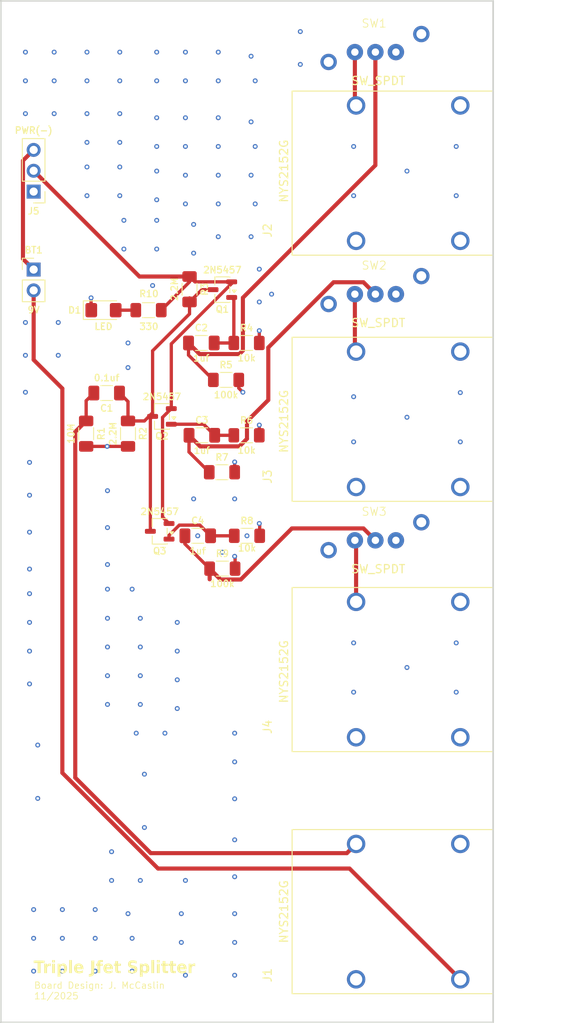
<source format=kicad_pcb>
(kicad_pcb (version 20241229) (generator "pcbnew") (generator_version "9.0")
  (layers (0 "F.Cu" signal) (2 "B.Cu" signal) (13 "F.Paste" user) (15 "B.Paste" user) (5 "F.SilkS" user "F.Silkscreen") (7 "B.SilkS" user "B.Silkscreen") (1 "F.Mask" user) (3 "B.Mask" user) (25 "Edge.Cuts" user))
  (net 0 "")
  (net 1 "Net-(Q1-G)")
  (net 2 "Net-(Q1-S)")
  (net 3 "Net-(Q2-S)")
  (net 4 "Net-(Q3-S)")
  (net 5 "GND")
  (net 6 "Net-(Q1-D)")
  (net 7 "Net-(BT1-+)")
  (net 8 "Net-(BT1--)")
  (net 9 "Net-(C1-Pad2)")
  (net 10 "Net-(D1-A)")
  (net 18 "Net-(SW1-A)")
  (net 19 "Net-(SW2-A)")
  (net 20 "Net-(SW3-A)")
  (net 21 "Net-(SW1-B)")
  (net 22 "Net-(SW2-B)")
  (net 23 "Net-(SW3-B)")
  (footprint "Connector_PinHeader_2.54mm:PinHeader_1x02_P2.54mm_Vertical" (layer "F.Cu") (at 96 58.5)
    (property "Reference" "BT1" (at 0 -2.38 0) (layer "F.SilkS") (effects (font (size 0.8 0.8))))
    (property "Value" "9V" (at 0 4.92 0) (layer "F.SilkS") (effects (font (size 0.8 0.8))))
    (fp_line (start -1.38 -1.38) (end 0 -1.38) (stroke (width 0.12)) (layer "F.SilkS"))
    (fp_line (start -1.38 0) (end -1.38 -1.38) (stroke (width 0.12)) (layer "F.SilkS"))
    (fp_line (start -1.38 1.27) (end -1.38 3.92) (stroke (width 0.12)) (layer "F.SilkS"))
    (fp_line (start -1.38 1.27) (end 1.38 1.27) (stroke (width 0.12)) (layer "F.SilkS"))
    (fp_line (start -1.38 3.92) (end 1.38 3.92) (stroke (width 0.12)) (layer "F.SilkS"))
    (fp_line (start 1.38 1.27) (end 1.38 3.92) (stroke (width 0.12)) (layer "F.SilkS"))
    (pad "1" thru_hole rect (at 0 0) (size 1.7 1.7) (drill 1) (layers "*.Cu" "*.Mask") (net 7 "Net-(BT1-+)"))
    (pad "2" thru_hole circle (at 0 2.54) (size 1.7 1.7) (drill 1) (layers "*.Cu" "*.Mask") (net 8 "Net-(BT1--)"))
  )
  (footprint "Resistor_SMD:R_1206_3216Metric_Pad1.30x1.75mm_HandSolder" (layer "F.Cu") (at 118.95 83.2)
    (property "Reference" "R7" (at 0 -1.83 0) (layer "F.SilkS") (effects (font (size 0.8 0.8))))
    (property "Value" "100k" (hide yes))
    (fp_line (start -0.727064 -0.91) (end 0.727064 -0.91) (stroke (width 0.12)) (layer "F.SilkS"))
    (fp_line (start -0.727064 0.91) (end 0.727064 0.91) (stroke (width 0.12)) (layer "F.SilkS"))
    (pad "1" smd roundrect (at -1.55 0) (size 1.3 1.75) (layers "F.Cu" "F.Mask" "F.Paste") (roundrect_rratio 0.192308) (net 22 "Net-(SW2-B)"))
    (pad "2" smd roundrect (at 1.55 0) (size 1.3 1.75) (layers "F.Cu" "F.Mask" "F.Paste") (roundrect_rratio 0.192308) (net 5 "GND"))
  )
  (footprint "Resistor_SMD:R_1206_3216Metric_Pad1.30x1.75mm_HandSolder" (layer "F.Cu") (at 115 60.9 -90)
    (property "Reference" "R3" (at 0 -1.83 90) (layer "F.SilkS") (effects (font (size 0.8 0.8))))
    (property "Value" "2.2M" (at 0 1.83 90) (layer "F.SilkS") (effects (font (size 0.8 0.8))))
    (fp_line (start -0.727064 0.91) (end 0.727064 0.91) (stroke (width 0.12)) (layer "F.SilkS"))
    (fp_line (start -0.727064 -0.91) (end 0.727064 -0.91) (stroke (width 0.12)) (layer "F.SilkS"))
    (pad "1" smd roundrect (at -1.55 0 270) (size 1.3 1.75) (layers "F.Cu" "F.Mask" "F.Paste") (roundrect_rratio 0.192308) (net 6 "Net-(Q1-D)"))
    (pad "2" smd roundrect (at 1.55 0 270) (size 1.3 1.75) (layers "F.Cu" "F.Mask" "F.Paste") (roundrect_rratio 0.192308) (net 1 "Net-(Q1-G)"))
  )
  (footprint "Capacitor_SMD:C_1206_3216Metric_Pad1.33x1.80mm_HandSolder" (layer "F.Cu") (at 104.9 73.55 180)
    (property "Reference" "C1" (at 0 -1.85 0) (layer "F.SilkS") (effects (font (size 0.8 0.8))))
    (property "Value" "0.1uf" (at 0 1.85 0) (layer "F.SilkS") (effects (font (size 0.8 0.8))))
    (fp_line (start -0.711252 0.91) (end 0.711252 0.91) (stroke (width 0.12)) (layer "F.SilkS"))
    (fp_line (start -0.711252 -0.91) (end 0.711252 -0.91) (stroke (width 0.12)) (layer "F.SilkS"))
    (pad "1" smd roundrect (at -1.5625 0 180) (size 1.325 1.8) (layers "F.Cu" "F.Mask" "F.Paste") (roundrect_rratio 0.188679) (net 1 "Net-(Q1-G)"))
    (pad "2" smd roundrect (at 1.5625 0 180) (size 1.325 1.8) (layers "F.Cu" "F.Mask" "F.Paste") (roundrect_rratio 0.188679) (net 9 "Net-(C1-Pad2)"))
  )
  (footprint "NYS2152G:REAN_NYS2152G" (layer "F.Cu") (at 141.65 136.75 90)
    (property "Reference" "J1" (at -7.75 -17.15 90) (layer "F.SilkS"))
    (property "Value" "NYS2152G" (at 0 -15.15 90) (layer "F.SilkS"))
    (fp_line (start -10 -14.15) (end 10 -14.15) (stroke (width 0.127)) (layer "F.SilkS"))
    (fp_line (start 10 10.35) (end 10 -14.15) (stroke (width 0.127)) (layer "F.SilkS"))
    (fp_line (start -10 10.35) (end -10 -14.15) (stroke (width 0.127)) (layer "F.SilkS"))
    (pad "S" thru_hole circle (at 8.25 6.35 90) (size 2.25 2.25) (drill 1.5) (layers "*.Cu" "*.Mask") (net 5 "GND"))
    (pad "SN" thru_hole circle (at -8.25 6.35 90) (size 2.25 2.25) (drill 1.5) (layers "*.Cu" "*.Mask") (net 8 "Net-(BT1--)"))
    (pad "T" thru_hole circle (at 8.25 -6.35 90) (size 2.25 2.25) (drill 1.5) (layers "*.Cu" "*.Mask") (net 9 "Net-(C1-Pad2)"))
    (pad "TN" thru_hole circle (at -8.25 -6.35 90) (size 2.25 2.25) (drill 1.5) (layers "*.Cu" "*.Mask"))
  )
  (footprint "Resistor_SMD:R_1206_3216Metric_Pad1.30x1.75mm_HandSolder" (layer "F.Cu") (at 102.4 78.5 -90)
    (property "Reference" "R1" (at 0 -1.83 90) (layer "F.SilkS") (effects (font (size 0.8 0.8))))
    (property "Value" "10M" (at 0 1.83 90) (layer "F.SilkS") (effects (font (size 0.8 0.8))))
    (fp_line (start -0.727064 0.91) (end 0.727064 0.91) (stroke (width 0.12)) (layer "F.SilkS"))
    (fp_line (start -0.727064 -0.91) (end 0.727064 -0.91) (stroke (width 0.12)) (layer "F.SilkS"))
    (pad "1" smd roundrect (at -1.55 0 270) (size 1.3 1.75) (layers "F.Cu" "F.Mask" "F.Paste") (roundrect_rratio 0.192308) (net 9 "Net-(C1-Pad2)"))
    (pad "2" smd roundrect (at 1.55 0 270) (size 1.3 1.75) (layers "F.Cu" "F.Mask" "F.Paste") (roundrect_rratio 0.192308) (net 5 "GND"))
  )
  (footprint "Resistor_SMD:R_1206_3216Metric_Pad1.30x1.75mm_HandSolder" (layer "F.Cu") (at 121.95 67.45)
    (property "Reference" "R4" (at 0 -1.83 0) (layer "F.SilkS") (effects (font (size 0.8 0.8))))
    (property "Value" "10k" (at 0 1.83 0) (layer "F.SilkS") (effects (font (size 0.8 0.8))))
    (fp_line (start -0.727064 -0.91) (end 0.727064 -0.91) (stroke (width 0.12)) (layer "F.SilkS"))
    (fp_line (start -0.727064 0.91) (end 0.727064 0.91) (stroke (width 0.12)) (layer "F.SilkS"))
    (pad "1" smd roundrect (at -1.55 0) (size 1.3 1.75) (layers "F.Cu" "F.Mask" "F.Paste") (roundrect_rratio 0.192308) (net 2 "Net-(Q1-S)"))
    (pad "2" smd roundrect (at 1.55 0) (size 1.3 1.75) (layers "F.Cu" "F.Mask" "F.Paste") (roundrect_rratio 0.192308) (net 5 "GND"))
  )
  (footprint "Package_TO_SOT_SMD:SOT-23-3" (layer "F.Cu") (at 119 60.95 180)
    (property "Reference" "Q1" (at 0 -2.4 0) (layer "F.SilkS") (effects (font (size 0.8 0.8))))
    (property "Value" "2N5457" (at 0 2.4 0) (layer "F.SilkS") (effects (font (size 0.8 0.8))))
    (fp_line (start 0.91 1.56) (end -0.91 1.56) (stroke (width 0.12)) (layer "F.SilkS"))
    (fp_line (start 0.91 0.56) (end 0.91 1.56) (stroke (width 0.12)) (layer "F.SilkS"))
    (fp_line (start 0.91 -1.56) (end 0.91 -0.56) (stroke (width 0.12)) (layer "F.SilkS"))
    (fp_line (start -0.91 1.56) (end -0.91 1.51) (stroke (width 0.12)) (layer "F.SilkS"))
    (fp_line (start -0.91 0.39) (end -0.91 -0.39) (stroke (width 0.12)) (layer "F.SilkS"))
    (fp_line (start -0.91 -1.51) (end -0.91 -1.56) (stroke (width 0.12)) (layer "F.SilkS"))
    (fp_line (start -0.91 -1.56) (end 0.91 -1.56) (stroke (width 0.12)) (layer "F.SilkS"))
    (fp_poly (pts (xy -1.45 -0.38) (xy -1.21 -0.05) (xy -1.69 -0.05)) (stroke (width 0.12)) (fill yes) (layer "F.SilkS"))
    (pad "1" smd roundrect (at -1.1375 -0.95 180) (size 1.325 0.6) (layers "F.Cu" "F.Mask" "F.Paste") (net 2 "Net-(Q1-S)"))
    (pad "2" smd roundrect (at -1.1375 0.95 180) (size 1.325 0.6) (layers "F.Cu" "F.Mask" "F.Paste") (net 6 "Net-(Q1-D)"))
    (pad "3" smd roundrect (at 1.1375 0 180) (size 1.325 0.6) (layers "F.Cu" "F.Mask" "F.Paste") (net 1 "Net-(Q1-G)"))
  )
  (footprint "Resistor_SMD:R_1206_3216Metric_Pad1.30x1.75mm_HandSolder" (layer "F.Cu") (at 107.5 78.5 -90)
    (property "Reference" "R2" (at 0 -1.83 90) (layer "F.SilkS") (effects (font (size 0.8 0.8))))
    (property "Value" "2.2M" (at 0 1.83 90) (layer "F.SilkS") (effects (font (size 0.8 0.8))))
    (fp_line (start -0.727064 0.91) (end 0.727064 0.91) (stroke (width 0.12)) (layer "F.SilkS"))
    (fp_line (start -0.727064 -0.91) (end 0.727064 -0.91) (stroke (width 0.12)) (layer "F.SilkS"))
    (pad "1" smd roundrect (at -1.55 0 270) (size 1.3 1.75) (layers "F.Cu" "F.Mask" "F.Paste") (roundrect_rratio 0.192308) (net 1 "Net-(Q1-G)"))
    (pad "2" smd roundrect (at 1.55 0 270) (size 1.3 1.75) (layers "F.Cu" "F.Mask" "F.Paste") (roundrect_rratio 0.192308) (net 5 "GND"))
  )
  (footprint "Connector_PinHeader_2.54mm:PinHeader_1x03_P2.54mm_Vertical" (layer "F.Cu") (at 96 49 180)
    (property "Reference" "J5" (at 0 -2.38 0) (layer "F.SilkS") (effects (font (size 0.8 0.8))))
    (property "Value" "PWR(-)" (at 0 7.46 0) (layer "F.SilkS") (effects (font (size 0.8 0.8))))
    (fp_line (start 1.38 1.27) (end 1.38 6.46) (stroke (width 0.12)) (layer "F.SilkS"))
    (fp_line (start -1.38 6.46) (end 1.38 6.46) (stroke (width 0.12)) (layer "F.SilkS"))
    (fp_line (start -1.38 1.27) (end 1.38 1.27) (stroke (width 0.12)) (layer "F.SilkS"))
    (fp_line (start -1.38 1.27) (end -1.38 6.46) (stroke (width 0.12)) (layer "F.SilkS"))
    (fp_line (start -1.38 0) (end -1.38 -1.38) (stroke (width 0.12)) (layer "F.SilkS"))
    (fp_line (start -1.38 -1.38) (end 0 -1.38) (stroke (width 0.12)) (layer "F.SilkS"))
    (pad "1" thru_hole rect (at 0 0 180) (size 1.7 1.7) (drill 1) (layers "*.Cu" "*.Mask") (net 5 "GND"))
    (pad "2" thru_hole circle (at 0 2.54 180) (size 1.7 1.7) (drill 1) (layers "*.Cu" "*.Mask") (net 6 "Net-(Q1-D)"))
    (pad "3" thru_hole circle (at 0 5.08 180) (size 1.7 1.7) (drill 1) (layers "*.Cu" "*.Mask") (net 7 "Net-(BT1-+)"))
  )
  (footprint "Capacitor_SMD:C_1206_3216Metric_Pad1.33x1.80mm_HandSolder" (layer "F.Cu") (at 116 90.95)
    (property "Reference" "C4" (at 0 -1.85 0) (layer "F.SilkS") (effects (font (size 0.8 0.8))))
    (property "Value" "1uf" (at 0 1.85 0) (layer "F.SilkS") (effects (font (size 0.8 0.8))))
    (fp_line (start -0.711252 -0.91) (end 0.711252 -0.91) (stroke (width 0.12)) (layer "F.SilkS"))
    (fp_line (start -0.711252 0.91) (end 0.711252 0.91) (stroke (width 0.12)) (layer "F.SilkS"))
    (pad "1" smd roundrect (at -1.5625 0) (size 1.325 1.8) (layers "F.Cu" "F.Mask" "F.Paste") (roundrect_rratio 0.188679) (net 23 "Net-(SW3-B)"))
    (pad "2" smd roundrect (at 1.5625 0) (size 1.325 1.8) (layers "F.Cu" "F.Mask" "F.Paste") (roundrect_rratio 0.188679) (net 4 "Net-(Q3-S)"))
  )
  (footprint "Package_TO_SOT_SMD:SOT-23-3" (layer "F.Cu") (at 111.3625 90.4 180)
    (property "Reference" "Q3" (at 0 -2.4 0) (layer "F.SilkS") (effects (font (size 0.8 0.8))))
    (property "Value" "2N5457" (at 0 2.4 0) (layer "F.SilkS") (effects (font (size 0.8 0.8))))
    (fp_line (start 0.91 1.56) (end -0.91 1.56) (stroke (width 0.12)) (layer "F.SilkS"))
    (fp_line (start 0.91 0.56) (end 0.91 1.56) (stroke (width 0.12)) (layer "F.SilkS"))
    (fp_line (start 0.91 -1.56) (end 0.91 -0.56) (stroke (width 0.12)) (layer "F.SilkS"))
    (fp_line (start -0.91 1.56) (end -0.91 1.51) (stroke (width 0.12)) (layer "F.SilkS"))
    (fp_line (start -0.91 0.39) (end -0.91 -0.39) (stroke (width 0.12)) (layer "F.SilkS"))
    (fp_line (start -0.91 -1.51) (end -0.91 -1.56) (stroke (width 0.12)) (layer "F.SilkS"))
    (fp_line (start -0.91 -1.56) (end 0.91 -1.56) (stroke (width 0.12)) (layer "F.SilkS"))
    (fp_poly (pts (xy -1.45 -0.38) (xy -1.21 -0.05) (xy -1.69 -0.05)) (stroke (width 0.12)) (fill yes) (layer "F.SilkS"))
    (pad "1" smd roundrect (at -1.1375 -0.95 180) (size 1.325 0.6) (layers "F.Cu" "F.Mask" "F.Paste") (net 4 "Net-(Q3-S)"))
    (pad "2" smd roundrect (at -1.1375 0.95 180) (size 1.325 0.6) (layers "F.Cu" "F.Mask" "F.Paste") (net 6 "Net-(Q1-D)"))
    (pad "3" smd roundrect (at 1.1375 0 180) (size 1.325 0.6) (layers "F.Cu" "F.Mask" "F.Paste") (net 1 "Net-(Q1-G)"))
  )
  (footprint "Button_Switch_THT:PushButton Switch" (layer "F.Cu") (at 142 91.5)
    (property "Reference" "SW3" (at -4.5 -3.5 0) (layer "F.SilkS") (effects (font (thickness 0.1))))
    (property "Value" "SW_SPDT" (at -4 3.5 0) (layer "F.SilkS"))
    (pad "1" thru_hole circle (at -6.85 0) (size 2 2) (drill 0.9) (layers "*.Cu" "*.Mask") (net 20 "Net-(SW3-A)"))
    (pad "2" thru_hole circle (at -4.35 0) (size 2 2) (drill 0.9) (layers "*.Cu" "*.Mask") (net 23 "Net-(SW3-B)"))
    (pad "3" thru_hole circle (at -1.85 0) (size 2 2) (drill 0.9) (layers "*.Cu" "*.Mask") (net 5 "GND"))
    (pad "4" thru_hole circle (at -10.05 1.2) (size 2 2) (drill 1.2) (layers "*.Cu" "*.Mask"))
    (pad "5" thru_hole circle (at 1.25 -2.2) (size 2 2) (drill 1.2) (layers "*.Cu" "*.Mask"))
  )
  (footprint "Resistor_SMD:R_1206_3216Metric_Pad1.30x1.75mm_HandSolder" (layer "F.Cu") (at 122 90.95)
    (property "Reference" "R8" (at 0 -1.83 0) (layer "F.SilkS") (effects (font (size 0.8 0.8))))
    (property "Value" "10k" (at 0 1.5 0) (layer "F.SilkS") (effects (font (size 0.8 0.8))))
    (fp_line (start -0.727064 -0.91) (end 0.727064 -0.91) (stroke (width 0.12)) (layer "F.SilkS"))
    (fp_line (start -0.727064 0.91) (end 0.727064 0.91) (stroke (width 0.12)) (layer "F.SilkS"))
    (pad "1" smd roundrect (at -1.55 0) (size 1.3 1.75) (layers "F.Cu" "F.Mask" "F.Paste") (roundrect_rratio 0.192308) (net 4 "Net-(Q3-S)"))
    (pad "2" smd roundrect (at 1.55 0) (size 1.3 1.75) (layers "F.Cu" "F.Mask" "F.Paste") (roundrect_rratio 0.192308) (net 5 "GND"))
  )
  (footprint "Capacitor_SMD:C_1206_3216Metric_Pad1.33x1.80mm_HandSolder" (layer "F.Cu") (at 116.4375 67.45)
    (property "Reference" "C2" (at 0 -1.85 0) (layer "F.SilkS") (effects (font (size 0.8 0.8))))
    (property "Value" "1uf" (at 0 1.85 0) (layer "F.SilkS") (effects (font (size 0.8 0.8))))
    (fp_line (start -0.711252 -0.91) (end 0.711252 -0.91) (stroke (width 0.12)) (layer "F.SilkS"))
    (fp_line (start -0.711252 0.91) (end 0.711252 0.91) (stroke (width 0.12)) (layer "F.SilkS"))
    (pad "1" smd roundrect (at -1.5625 0) (size 1.325 1.8) (layers "F.Cu" "F.Mask" "F.Paste") (roundrect_rratio 0.188679) (net 21 "Net-(SW1-B)"))
    (pad "2" smd roundrect (at 1.5625 0) (size 1.325 1.8) (layers "F.Cu" "F.Mask" "F.Paste") (roundrect_rratio 0.188679) (net 2 "Net-(Q1-S)"))
  )
  (footprint "Button_Switch_THT:PushButton Switch" (layer "F.Cu") (at 142 61.5)
    (property "Reference" "SW2" (at -4.5 -3.5 0) (layer "F.SilkS") (effects (font (thickness 0.1))))
    (property "Value" "SW_SPDT" (at -4 3.5 0) (layer "F.SilkS"))
    (pad "1" thru_hole circle (at -6.85 0) (size 2 2) (drill 0.9) (layers "*.Cu" "*.Mask") (net 19 "Net-(SW2-A)"))
    (pad "2" thru_hole circle (at -4.35 0) (size 2 2) (drill 0.9) (layers "*.Cu" "*.Mask") (net 22 "Net-(SW2-B)"))
    (pad "3" thru_hole circle (at -1.85 0) (size 2 2) (drill 0.9) (layers "*.Cu" "*.Mask") (net 5 "GND"))
    (pad "4" thru_hole circle (at -10.05 1.2) (size 2 2) (drill 1.2) (layers "*.Cu" "*.Mask"))
    (pad "5" thru_hole circle (at 1.25 -2.2) (size 2 2) (drill 1.2) (layers "*.Cu" "*.Mask"))
  )
  (footprint "Resistor_SMD:R_1206_3216Metric_Pad1.30x1.75mm_HandSolder" (layer "F.Cu") (at 119 94.95)
    (property "Reference" "R9" (at 0 -1.83 0) (layer "F.SilkS") (effects (font (size 0.8 0.8))))
    (property "Value" "100k" (at 0 1.83 0) (layer "F.SilkS") (effects (font (size 0.8 0.8))))
    (fp_line (start -0.727064 -0.91) (end 0.727064 -0.91) (stroke (width 0.12)) (layer "F.SilkS"))
    (fp_line (start -0.727064 0.91) (end 0.727064 0.91) (stroke (width 0.12)) (layer "F.SilkS"))
    (pad "1" smd roundrect (at -1.55 0) (size 1.3 1.75) (layers "F.Cu" "F.Mask" "F.Paste") (roundrect_rratio 0.192308) (net 23 "Net-(SW3-B)"))
    (pad "2" smd roundrect (at 1.55 0) (size 1.3 1.75) (layers "F.Cu" "F.Mask" "F.Paste") (roundrect_rratio 0.192308) (net 5 "GND"))
  )
  (footprint "NYS2152G:REAN_NYS2152G" (layer "F.Cu") (at 141.65 76.75 90)
    (property "Reference" "J3" (at -6.985 -17.145 90) (layer "F.SilkS"))
    (property "Value" "NYS2152G" (at -0.25 -15.15 90) (layer "F.SilkS"))
    (fp_line (start -10 -14.15) (end 10 -14.15) (stroke (width 0.127)) (layer "F.SilkS"))
    (fp_line (start 10 10.35) (end 10 -14.15) (stroke (width 0.127)) (layer "F.SilkS"))
    (fp_line (start -10 10.35) (end -10 -14.15) (stroke (width 0.127)) (layer "F.SilkS"))
    (pad "S" thru_hole circle (at 8.25 6.35 90) (size 2.25 2.25) (drill 1.5) (layers "*.Cu" "*.Mask") (net 5 "GND"))
    (pad "SN" thru_hole circle (at -8.25 6.35 90) (size 2.25 2.25) (drill 1.5) (layers "*.Cu" "*.Mask"))
    (pad "T" thru_hole circle (at 8.25 -6.35 90) (size 2.25 2.25) (drill 1.5) (layers "*.Cu" "*.Mask") (net 19 "Net-(SW2-A)"))
    (pad "TN" thru_hole circle (at -8.25 -6.35 90) (size 2.25 2.25) (drill 1.5) (layers "*.Cu" "*.Mask"))
  )
  (footprint "Resistor_SMD:R_1206_3216Metric_Pad1.30x1.75mm_HandSolder" (layer "F.Cu") (at 110 63.45 180)
    (property "Reference" "R10" (at -0.05 2 0) (layer "F.SilkS") (effects (font (size 0.8 0.8))))
    (property "Value" "330" (at -0.05 -2 0) (layer "F.SilkS") (effects (font (size 0.8 0.8))))
    (fp_line (start -0.727064 0.91) (end 0.727064 0.91) (stroke (width 0.12)) (layer "F.SilkS"))
    (fp_line (start -0.727064 -0.91) (end 0.727064 -0.91) (stroke (width 0.12)) (layer "F.SilkS"))
    (pad "1" smd roundrect (at -1.55 0 180) (size 1.3 1.75) (layers "F.Cu" "F.Mask" "F.Paste") (roundrect_rratio 0.192308) (net 6 "Net-(Q1-D)"))
    (pad "2" smd roundrect (at 1.55 0 180) (size 1.3 1.75) (layers "F.Cu" "F.Mask" "F.Paste") (roundrect_rratio 0.192308) (net 10 "Net-(D1-A)"))
  )
  (footprint "NYS2152G:REAN_NYS2152G" (layer "F.Cu") (at 141.65 107.25 90)
    (property "Reference" "J4" (at -6.985 -17.145 90) (layer "F.SilkS"))
    (property "Value" "NYS2152G" (at -0.25 -15.15 90) (layer "F.SilkS"))
    (fp_line (start -10 -14.15) (end 10 -14.15) (stroke (width 0.127)) (layer "F.SilkS"))
    (fp_line (start 10 10.35) (end 10 -14.15) (stroke (width 0.127)) (layer "F.SilkS"))
    (fp_line (start -10 10.35) (end -10 -14.15) (stroke (width 0.127)) (layer "F.SilkS"))
    (pad "S" thru_hole circle (at 8.25 6.35 90) (size 2.25 2.25) (drill 1.5) (layers "*.Cu" "*.Mask") (net 5 "GND"))
    (pad "SN" thru_hole circle (at -8.25 6.35 90) (size 2.25 2.25) (drill 1.5) (layers "*.Cu" "*.Mask"))
    (pad "T" thru_hole circle (at 8.25 -6.35 90) (size 2.25 2.25) (drill 1.5) (layers "*.Cu" "*.Mask") (net 20 "Net-(SW3-A)"))
    (pad "TN" thru_hole circle (at -8.25 -6.35 90) (size 2.25 2.25) (drill 1.5) (layers "*.Cu" "*.Mask"))
  )
  (footprint "Resistor_SMD:R_1206_3216Metric_Pad1.30x1.75mm_HandSolder" (layer "F.Cu") (at 121.95 78.7)
    (property "Reference" "R6" (at 0 -1.83 0) (layer "F.SilkS") (effects (font (size 0.8 0.8))))
    (property "Value" "10k" (at 0 1.83 0) (layer "F.SilkS") (effects (font (size 0.8 0.8))))
    (fp_line (start -0.727064 -0.91) (end 0.727064 -0.91) (stroke (width 0.12)) (layer "F.SilkS"))
    (fp_line (start -0.727064 0.91) (end 0.727064 0.91) (stroke (width 0.12)) (layer "F.SilkS"))
    (pad "1" smd roundrect (at -1.55 0) (size 1.3 1.75) (layers "F.Cu" "F.Mask" "F.Paste") (roundrect_rratio 0.192308) (net 3 "Net-(Q2-S)"))
    (pad "2" smd roundrect (at 1.55 0) (size 1.3 1.75) (layers "F.Cu" "F.Mask" "F.Paste") (roundrect_rratio 0.192308) (net 5 "GND"))
  )
  (footprint "Package_TO_SOT_SMD:SOT-23-3" (layer "F.Cu") (at 111.6375 76.4 180)
    (property "Reference" "Q2" (at 0 -2.4 0) (layer "F.SilkS") (effects (font (size 0.8 0.8))))
    (property "Value" "2N5457" (at 0 2.4 0) (layer "F.SilkS") (effects (font (size 0.8 0.8))))
    (fp_line (start 0.91 1.56) (end -0.91 1.56) (stroke (width 0.12)) (layer "F.SilkS"))
    (fp_line (start 0.91 0.56) (end 0.91 1.56) (stroke (width 0.12)) (layer "F.SilkS"))
    (fp_line (start 0.91 -1.56) (end 0.91 -0.56) (stroke (width 0.12)) (layer "F.SilkS"))
    (fp_line (start -0.91 1.56) (end -0.91 1.51) (stroke (width 0.12)) (layer "F.SilkS"))
    (fp_line (start -0.91 0.39) (end -0.91 -0.39) (stroke (width 0.12)) (layer "F.SilkS"))
    (fp_line (start -0.91 -1.51) (end -0.91 -1.56) (stroke (width 0.12)) (layer "F.SilkS"))
    (fp_line (start -0.91 -1.56) (end 0.91 -1.56) (stroke (width 0.12)) (layer "F.SilkS"))
    (fp_poly (pts (xy -1.45 -0.38) (xy -1.21 -0.05) (xy -1.69 -0.05)) (stroke (width 0.12)) (fill yes) (layer "F.SilkS"))
    (pad "1" smd roundrect (at -1.1375 -0.95 180) (size 1.325 0.6) (layers "F.Cu" "F.Mask" "F.Paste") (net 3 "Net-(Q2-S)"))
    (pad "2" smd roundrect (at -1.1375 0.95 180) (size 1.325 0.6) (layers "F.Cu" "F.Mask" "F.Paste") (net 6 "Net-(Q1-D)"))
    (pad "3" smd roundrect (at 1.1375 0 180) (size 1.325 0.6) (layers "F.Cu" "F.Mask" "F.Paste") (net 1 "Net-(Q1-G)"))
  )
  (footprint "NYS2152G:REAN_NYS2152G" (layer "F.Cu") (at 141.65 46.75 90)
    (property "Reference" "J2" (at -6.985 -17.145 90) (layer "F.SilkS"))
    (property "Value" "NYS2152G" (at 0.25 -15.15 90) (layer "F.SilkS"))
    (fp_line (start -10 -14.15) (end 10 -14.15) (stroke (width 0.127)) (layer "F.SilkS"))
    (fp_line (start 10 10.35) (end 10 -14.15) (stroke (width 0.127)) (layer "F.SilkS"))
    (fp_line (start -10 10.35) (end -10 -14.15) (stroke (width 0.127)) (layer "F.SilkS"))
    (pad "S" thru_hole circle (at 8.25 6.35 90) (size 2.25 2.25) (drill 1.5) (layers "*.Cu" "*.Mask") (net 5 "GND"))
    (pad "SN" thru_hole circle (at -8.25 6.35 90) (size 2.25 2.25) (drill 1.5) (layers "*.Cu" "*.Mask"))
    (pad "T" thru_hole circle (at 8.25 -6.35 90) (size 2.25 2.25) (drill 1.5) (layers "*.Cu" "*.Mask") (net 18 "Net-(SW1-A)"))
    (pad "TN" thru_hole circle (at -8.25 -6.35 90) (size 2.25 2.25) (drill 1.5) (layers "*.Cu" "*.Mask"))
  )
  (footprint "LED_SMD:LED_1206_3216Metric_Pad1.42x1.75mm_HandSolder" (layer "F.Cu") (at 104.5125 63.45)
    (property "Reference" "D1" (at -3.5125 0 0) (layer "F.SilkS") (effects (font (size 0.8 0.8))))
    (property "Value" "LED" (at 0 2 0) (layer "F.SilkS") (effects (font (size 0.8 0.8))))
    (fp_line (start -2.46 -1.135) (end -2.46 1.135) (stroke (width 0.12)) (layer "F.SilkS"))
    (fp_line (start -2.46 1.135) (end 1.6 1.135) (stroke (width 0.12)) (layer "F.SilkS"))
    (fp_line (start 1.6 -1.135) (end -2.46 -1.135) (stroke (width 0.12)) (layer "F.SilkS"))
    (pad "1" smd roundrect (at -1.4875 0) (size 1.425 1.75) (layers "F.Cu" "F.Mask" "F.Paste") (roundrect_rratio 0.175439) (net 5 "GND"))
    (pad "2" smd roundrect (at 1.4875 0) (size 1.425 1.75) (layers "F.Cu" "F.Mask" "F.Paste") (roundrect_rratio 0.175439) (net 10 "Net-(D1-A)"))
  )
  (footprint "Capacitor_SMD:C_1206_3216Metric_Pad1.33x1.80mm_HandSolder" (layer "F.Cu") (at 116.5 78.7)
    (property "Reference" "C3" (at 0 -1.85 0) (layer "F.SilkS") (effects (font (size 0.8 0.8))))
    (property "Value" "1uf" (at 0 1.85 0) (layer "F.SilkS") (effects (font (size 0.8 0.8))))
    (fp_line (start -0.711252 -0.91) (end 0.711252 -0.91) (stroke (width 0.12)) (layer "F.SilkS"))
    (fp_line (start -0.711252 0.91) (end 0.711252 0.91) (stroke (width 0.12)) (layer "F.SilkS"))
    (pad "1" smd roundrect (at -1.5625 0) (size 1.325 1.8) (layers "F.Cu" "F.Mask" "F.Paste") (roundrect_rratio 0.188679) (net 22 "Net-(SW2-B)"))
    (pad "2" smd roundrect (at 1.5625 0) (size 1.325 1.8) (layers "F.Cu" "F.Mask" "F.Paste") (roundrect_rratio 0.188679) (net 3 "Net-(Q2-S)"))
  )
  (footprint "Button_Switch_THT:PushButton Switch" (layer "F.Cu") (at 142 32)
    (property "Reference" "SW1" (at -4.5 -3.5 0) (layer "F.SilkS") (effects (font (thickness 0.1))))
    (property "Value" "SW_SPDT" (at -4 3.5 0) (layer "F.SilkS"))
    (pad "1" thru_hole circle (at -6.85 0) (size 2 2) (drill 0.9) (layers "*.Cu" "*.Mask") (net 18 "Net-(SW1-A)"))
    (pad "2" thru_hole circle (at -4.35 0) (size 2 2) (drill 0.9) (layers "*.Cu" "*.Mask") (net 21 "Net-(SW1-B)"))
    (pad "3" thru_hole circle (at -1.85 0) (size 2 2) (drill 0.9) (layers "*.Cu" "*.Mask") (net 5 "GND"))
    (pad "4" thru_hole circle (at -10.05 1.2) (size 2 2) (drill 1.2) (layers "*.Cu" "*.Mask"))
    (pad "5" thru_hole circle (at 1.25 -2.2) (size 2 2) (drill 1.2) (layers "*.Cu" "*.Mask"))
  )
  (footprint "Resistor_SMD:R_1206_3216Metric_Pad1.30x1.75mm_HandSolder" (layer "F.Cu") (at 119.45 71.95)
    (property "Reference" "R5" (at 0 -1.83 0) (layer "F.SilkS") (effects (font (size 0.8 0.8))))
    (property "Value" "100k" (at 0 1.83 0) (layer "F.SilkS") (effects (font (size 0.8 0.8))))
    (fp_line (start -0.727064 -0.91) (end 0.727064 -0.91) (stroke (width 0.12)) (layer "F.SilkS"))
    (fp_line (start -0.727064 0.91) (end 0.727064 0.91) (stroke (width 0.12)) (layer "F.SilkS"))
    (pad "1" smd roundrect (at -1.55 0) (size 1.3 1.75) (layers "F.Cu" "F.Mask" "F.Paste") (roundrect_rratio 0.192308) (net 21 "Net-(SW1-B)"))
    (pad "2" smd roundrect (at 1.55 0) (size 1.3 1.75) (layers "F.Cu" "F.Mask" "F.Paste") (roundrect_rratio 0.192308) (net 5 "GND"))
  )
  (gr_rect (start 92 25.75) (end 152 150.25) (stroke (width 0.2)) (fill no) (layer "Edge.Cuts"))
  (gr_text "Triple Jfet Splitter" (at 96 144.5 0) (layer "F.SilkS") (effects (font (size 1.5 1.4) (thickness 0.1)) (justify left bottom)))
  (gr_text "Board Design: J. McCaslin\n11/2025\n" (at 96 147.5 0) (layer "F.SilkS") (effects (font (size 0.8 0.8) (thickness 0.1)) (justify left bottom)))
  (segment (start 107.5 76.95) (end 109.5 76.95) (width 0.4) (layer "F.Cu") (net 1))
  (segment (start 107.5 76.95) (end 107.5 74.5875) (width 0.4) (layer "F.Cu") (net 1))
  (segment (start 115 63.90258) (end 115 62.45) (width 0.4) (layer "F.Cu") (net 1))
  (segment (start 115 62.45) (end 115 61.95) (width 0.4) (layer "F.Cu") (net 1))
  (segment (start 110.225 90.4) (end 110.225 76.675) (width 0.4) (layer "F.Cu") (net 1))
  (segment (start 106.5 73.55) (end 106.99 74.04) (width 0.4) (layer "F.Cu") (net 1))
  (segment (start 110.5 68.40258) (end 115 63.90258) (width 0.4) (layer "F.Cu") (net 1))
  (segment (start 106.4625 73.55) (end 106.5 73.55) (width 0.4) (layer "F.Cu") (net 1))
  (segment (start 117.8625 60.95) (end 116.5 60.95) (width 0.4) (layer "F.Cu") (net 1))
  (segment (start 110.225 76.675) (end 110.5 76.4) (width 0.4) (layer "F.Cu") (net 1))
  (segment (start 107.5 74.5875) (end 106.4625 73.55) (width 0.4) (layer "F.Cu") (net 1))
  (segment (start 110.5 76.4) (end 110.5 75.95) (width 0.4) (layer "F.Cu") (net 1))
  (segment (start 110.5 75.95) (end 110.5 68.40258) (width 0.4) (layer "F.Cu") (net 1))
  (segment (start 116.5 60.95) (end 115 62.45) (width 0.4) (layer "F.Cu") (net 1))
  (segment (start 109.5 76.95) (end 110.5 75.95) (width 0.4) (layer "F.Cu") (net 1))
  (segment (start 120.4 67.45) (end 120.4 62.1625) (width 0.4) (layer "F.Cu") (net 2))
  (segment (start 118 67.45) (end 120.4 67.45) (width 0.4) (layer "F.Cu") (net 2))
  (segment (start 120.4 62.1625) (end 120.1375 61.9) (width 0.4) (layer "F.Cu") (net 2))
  (segment (start 112.775 77.35) (end 116.7125 77.35) (width 0.4) (layer "F.Cu") (net 3))
  (segment (start 116.7125 77.35) (end 118.0625 78.7) (width 0.4) (layer "F.Cu") (net 3))
  (segment (start 120.4 78.7) (end 118.0625 78.7) (width 0.4) (layer "F.Cu") (net 3))
  (segment (start 113.74842 89.649) (end 116.2615 89.649) (width 0.4) (layer "F.Cu") (net 4))
  (segment (start 117.5625 90.95) (end 120.45 90.95) (width 0.4) (layer "F.Cu") (net 4))
  (segment (start 112.5 91.35) (end 112.5 90.89742) (width 0.4) (layer "F.Cu") (net 4))
  (segment (start 116.2615 89.649) (end 117.5625 90.95) (width 0.4) (layer "F.Cu") (net 4))
  (segment (start 112.5 90.89742) (end 113.74842 89.649) (width 0.4) (layer "F.Cu") (net 4))
  (segment (start 120.5 81.95) (end 120.5 83.2) (width 0.4) (layer "F.Cu") (net 5))
  (segment (start 123.55 89.5) (end 123.5 89.45) (width 0.4) (layer "F.Cu") (net 5))
  (segment (start 123.5 78.7) (end 123.5 77.45) (width 0.4) (layer "F.Cu") (net 5))
  (segment (start 120.55 93.5) (end 120.5 93.45) (width 0.4) (layer "F.Cu") (net 5))
  (segment (start 121 71.95) (end 121 72.95) (width 0.4) (layer "F.Cu") (net 5))
  (segment (start 121 72.95) (end 121.5 73.45) (width 0.4) (layer "F.Cu") (net 5))
  (segment (start 103 61.95) (end 103 63.4) (width 0.4) (layer "F.Cu") (net 5))
  (segment (start 123.55 90.95) (end 123.55 89.5) (width 0.4) (layer "F.Cu") (net 5))
  (segment (start 123.5 67.45) (end 123.5 65.95) (width 0.4) (layer "F.Cu") (net 5))
  (segment (start 103 63.4) (end 103.025 63.425) (width 0.4) (layer "F.Cu") (net 5))
  (segment (start 103.025 63.425) (end 103.025 63.45) (width 0.4) (layer "F.Cu") (net 5))
  (segment (start 102.4 80.05) (end 104.9625 80.05) (width 0.4) (layer "F.Cu") (net 5))
  (segment (start 104.9625 80.05) (end 107.5 80.05) (width 0.4) (layer "F.Cu") (net 5))
  (segment (start 120.55 94.95) (end 120.55 93.5) (width 0.4) (layer "F.Cu") (net 5))
  (via (at 111 46.5) (size 0.6) (drill 0.3) (layers "F.Cu" "B.Cu") (net 5))
  (via (at 114.5 132.95) (size 0.6) (drill 0.3) (layers "F.Cu" "B.Cu") (net 5))
  (via (at 109 108) (size 0.6) (drill 0.3) (layers "F.Cu" "B.Cu") (net 5))
  (via (at 118.5 43.5) (size 0.6) (drill 0.3) (layers "F.Cu" "B.Cu") (net 5))
  (via (at 109 132.95) (size 0.6) (drill 0.3) (layers "F.Cu" "B.Cu") (net 5))
  (via (at 105 85.45) (size 0.6) (drill 0.3) (layers "F.Cu" "B.Cu") (net 5))
  (via (at 105 89.95) (size 0.6) (drill 0.3) (layers "F.Cu" "B.Cu") (net 5))
  (via (at 122.5 40.5) (size 0.6) (drill 0.3) (layers "F.Cu" "B.Cu") (net 5))
  (via (at 108 97.45) (size 0.6) (drill 0.3) (layers "F.Cu" "B.Cu") (net 5))
  (via (at 108.5 115) (size 0.6) (drill 0.3) (layers "F.Cu" "B.Cu") (net 5))
  (via (at 95 35.5) (size 0.6) (drill 0.3) (layers "F.Cu" "B.Cu") (net 5))
  (via (at 95.5 105) (size 0.6) (drill 0.3) (layers "F.Cu" "B.Cu") (net 5))
  (via (at 113.5 108.5) (size 0.6) (drill 0.3) (layers "F.Cu" "B.Cu") (net 5))
  (via (at 120.5 118.5) (size 0.6) (drill 0.3) (layers "F.Cu" "B.Cu") (net 5))
  (via (at 120.5 86.45) (size 0.6) (drill 0.3) (layers "F.Cu" "B.Cu") (net 5))
  (via (at 107.5 67.45) (size 0.6) (drill 0.3) (layers "F.Cu" "B.Cu") (net 5))
  (via (at 96.5 122.95) (size 0.6) (drill 0.3) (layers "F.Cu" "B.Cu") (net 5))
  (via (at 111 32) (size 0.6) (drill 0.3) (layers "F.Cu" "B.Cu") (net 5))
  (via (at 120.5 137) (size 0.6) (drill 0.3) (layers "F.Cu" "B.Cu") (net 5))
  (via (at 95.5 90.5) (size 0.6) (drill 0.3) (layers "F.Cu" "B.Cu") (net 5))
  (via (at 103.5 136.5) (size 0.6) (drill 0.3) (layers "F.Cu" "B.Cu") (net 5))
  (via (at 99 64.95) (size 0.6) (drill 0.3) (layers "F.Cu" "B.Cu") (net 5))
  (via (at 123 43.5) (size 0.6) (drill 0.3) (layers "F.Cu" "B.Cu") (net 5))
  (via (at 105.5 129.45) (size 0.6) (drill 0.3) (layers "F.Cu" "B.Cu") (net 5))
  (via (at 113.5 112) (size 0.6) (drill 0.3) (layers "F.Cu" "B.Cu") (net 5))
  (via (at 99 68.95) (size 0.6) (drill 0.3) (layers "F.Cu" "B.Cu") (net 5))
  (via (at 147.5 104) (size 0.6) (drill 0.3) (layers "F.Cu" "B.Cu") (net 5))
  (via (at 120.5 140.5) (size 0.6) (drill 0.3) (layers "F.Cu" "B.Cu") (net 5))
  (via (at 114.5 43.5) (size 0.6) (drill 0.3) (layers "F.Cu" "B.Cu") (net 5))
  (via (at 102.5 39.5) (size 0.6) (drill 0.3) (layers "F.Cu" "B.Cu") (net 5))
  (via (at 106.5 35.5) (size 0.6) (drill 0.3) (layers "F.Cu" "B.Cu") (net 5))
  (via (at 108 144) (size 0.6) (drill 0.3) (layers "F.Cu" "B.Cu") (net 5))
  (via (at 112 115) (size 0.6) (drill 0.3) (layers "F.Cu" "B.Cu") (net 5))
  (via (at 114.5 40) (size 0.6) (drill 0.3) (layers "F.Cu" "B.Cu") (net 5))
  (via (at 96 136.5) (size 0.6) (drill 0.3) (layers "F.Cu" "B.Cu") (net 5))
  (via (at 128.5 33.5) (size 0.6) (drill 0.3) (layers "F.Cu" "B.Cu") (net 5))
  (via (at 135 43.5) (size 0.6) (drill 0.3) (layers "F.Cu" "B.Cu") (net 5))
  (via (at 118.5 40) (size 0.6) (drill 0.3) (layers "F.Cu" "B.Cu") (net 5))
  (via (at 115.5 56.5) (size 0.6) (drill 0.3) (layers "F.Cu" "B.Cu") (net 5))
  (via (at 119 92.95) (size 0.6) (drill 0.3) (layers "F.Cu" "B.Cu") (net 5))
  (via (at 106.5 46) (size 0.6) (drill 0.3) (layers "F.Cu" "B.Cu") (net 5))
  (via (at 120.5 93.45) (size 0.6) (drill 0.3) (layers "F.Cu" "B.Cu") (net 5))
  (via (at 107 52.5) (size 0.6) (drill 0.3) (layers "F.Cu" "B.Cu") (net 5))
  (via (at 105 108) (size 0.6) (drill 0.3) (layers "F.Cu" "B.Cu") (net 5))
  (via (at 115.5 86.45) (size 0.6) (drill 0.3) (layers "F.Cu" "B.Cu") (net 5))
  (via (at 128.5 29.5) (size 0.6) (drill 0.3) (layers "F.Cu" "B.Cu") (net 5))
  (via (at 113.5 105) (size 0.6) (drill 0.3) (layers "F.Cu" "B.Cu") (net 5))
  (via (at 98.5 35.5) (size 0.6) (drill 0.3) (layers "F.Cu" "B.Cu") (net 5))
  (via (at 118.5 47) (size 0.6) (drill 0.3) (layers "F.Cu" "B.Cu") (net 5))
  (via (at 95.5 109) (size 0.6) (drill 0.3) (layers "F.Cu" "B.Cu") (net 5))
  (via (at 114.5 47) (size 0.6) (drill 0.3) (layers "F.Cu" "B.Cu") (net 5))
  (via (at 96 144) (size 0.6) (drill 0.3) (layers "F.Cu" "B.Cu") (net 5))
  (via (at 102.5 35.5) (size 0.6) (drill 0.3) (layers "F.Cu" "B.Cu") (net 5))
  (via (at 111 50) (size 0.6) (drill 0.3) (layers "F.Cu" "B.Cu") (net 5))
  (via (at 141.5 107) (size 0.6) (drill 0.3) (layers "F.Cu" "B.Cu") (net 5))
  (via (at 135 104) (size 0.6) (drill 0.3) (layers "F.Cu" "B.Cu") (net 5))
  (via (at 135 110) (size 0.6) (drill 0.3) (layers "F.Cu" "B.Cu") (net 5))
  (via (at 95 64.95) (size 0.6) (drill 0.3) (layers "F.Cu" "B.Cu") (net 5))
  (via (at 109 104.5) (size 0.6) (drill 0.3) (layers "F.Cu" "B.Cu") (net 5))
  (via (at 105.5 132.95) (size 0.6) (drill 0.3) (layers "F.Cu" "B.Cu") (net 5))
  (via (at 122.5 47) (size 0.6) (drill 0.3) (layers "F.Cu" "B.Cu") (net 5))
  (via (at 123.5 65.95) (size 0.6) (drill 0.3) (layers "F.Cu" "B.Cu") (net 5))
  (via (at 105 111.5) (size 0.6) (drill 0.3) (layers "F.Cu" "B.Cu") (net 5))
  (via (at 147.5 110) (size 0.6) (drill 0.3) (layers "F.Cu" "B.Cu") (net 5))
  (via (at 135 74) (size 0.6) (drill 0.3) (layers "F.Cu" "B.Cu") (net 5))
  (via (at 102.5 43) (size 0.6) (drill 0.3) (layers "F.Cu" "B.Cu") (net 5))
  (via (at 105 97.45) (size 0.6) (drill 0.3) (layers "F.Cu" "B.Cu") (net 5))
  (via (at 107.5 137) (size 0.6) (drill 0.3) (layers "F.Cu" "B.Cu") (net 5))
  (via (at 105 104.5) (size 0.6) (drill 0.3) (layers "F.Cu" "B.Cu") (net 5))
  (via (at 114.5 144.5) (size 0.6) (drill 0.3) (layers "F.Cu" "B.Cu") (net 5))
  (via (at 98.5 39.5) (size 0.6) (drill 0.3) (layers "F.Cu" "B.Cu") (net 5))
  (via (at 114.5 32) (size 0.6) (drill 0.3) (layers "F.Cu" "B.Cu") (net 5))
  (via (at 120.5 123) (size 0.6) (drill 0.3) (layers "F.Cu" "B.Cu") (net 5))
  (via (at 105 101) (size 0.6) (drill 0.3) (layers "F.Cu" "B.Cu") (net 5))
  (via (at 109 101) (size 0.6) (drill 0.3) (layers "F.Cu" "B.Cu") (net 5))
  (via (at 109.5 126.5) (size 0.6) (drill 0.3) (layers "F.Cu" "B.Cu") (net 5))
  (via (at 99.5 144) (size 0.6) (drill 0.3) (layers "F.Cu" "B.Cu") (net 5))
  (via (at 102.5 49.5) (size 0.6) (drill 0.3) (layers "F.Cu" "B.Cu") (net 5))
  (via (at 107.5 70.45) (size 0.6) (drill 0.3) (layers "F.Cu" "B.Cu") (net 5))
  (via (at 104.9625 80.05) (size 0.6) (drill 0.3) (layers "F.Cu" "B.Cu") (net 5))
  (via (at 147.5 43.5) (size 0.6) (drill 0.3) (layers "F.Cu" "B.Cu") (net 5))
  (via (at 99.5 136.5) (size 0.6) (drill 0.3) (layers "F.Cu" "B.Cu") (net 5))
  (via (at 122.5 54.5) (size 0.6) (drill 0.3) (layers "F.Cu" "B.Cu") (net 5))
  (via (at 141.5 76.5) (size 0.6) (drill 0.3) (layers "F.Cu" "B.Cu") (net 5))
  (via (at 95 39.5) (size 0.6) (drill 0.3) (layers "F.Cu" "B.Cu") (net 5))
  (via (at 141.5 46.5) (size 0.6) (drill 0.3) (layers "F.Cu" "B.Cu") (net 5))
  (via (at 135 79.5) (size 0.6) (drill 0.3) (layers "F.Cu" "B.Cu") (net 5))
  (via (at 118.5 50.5) (size 0.6) (drill 0.3) (layers "F.Cu" "B.Cu") (net 5))
  (via (at 95.5 95) (size 0.6) (drill 0.3) (layers "F.Cu" "B.Cu") (net 5))
  (via (at 120.5 115) (size 0.6) (drill 0.3) (layers "F.Cu" "B.Cu") (net 5))
  (via (at 123.5 62.45) (size 0.6) (drill 0.3) (layers "F.Cu" "B.Cu") (net 5))
  (via (at 113.5 101.5) (size 0.6) (drill 0.3) (layers "F.Cu" "B.Cu") (net 5))
  (via (at 108 140) (size 0.6) (drill 0.3) (layers "F.Cu" "B.Cu") (net 5))
  (via (at 114 140.5) (size 0.6) (drill 0.3) (layers "F.Cu" "B.Cu") (net 5))
  (via (at 103 61.95) (size 0.6) (drill 0.3) (layers "F.Cu" "B.Cu") (net 5))
  (via (at 120.5 128) (size 0.6) (drill 0.3) (layers "F.Cu" "B.Cu") (net 5))
  (via (at 106.5 32) (size 0.6) (drill 0.3) (layers "F.Cu" "B.Cu") (net 5))
  (via (at 116 90.95) (size 0.6) (drill 0.3) (layers "F.Cu" "B.Cu") (net 5))
  (via (at 123 50.5) (size 0.6) (drill 0.3) (layers "F.Cu" "B.Cu") (net 5))
  (via (at 96 140) (size 0.6) (drill 0.3) (layers "F.Cu" "B.Cu") (net 5))
  (via (at 135 49.5) (size 0.6) (drill 0.3) (layers "F.Cu" "B.Cu") (net 5))
  (via (at 111 43.5) (size 0.6) (drill 0.3) (layers "F.Cu" "B.Cu") (net 5))
  (via (at 123.5 77.45) (size 0.6) (drill 0.3) (layers "F.Cu" "B.Cu") (net 5))
  (via (at 123.5 58.45) (size 0.6) (drill 0.3) (layers "F.Cu" "B.Cu") (net 5))
  (via (at 95.5 82) (size 0.6) (drill 0.3) (layers "F.Cu" "B.Cu") (net 5))
  (via (at 102.5 46) (size 0.6) (drill 0.3) (layers "F.Cu" "B.Cu") (net 5))
  (via (at 114.5 50.5) (size 0.6) (drill 0.3) (layers "F.Cu" "B.Cu") (net 5))
  (via (at 95.5 101.5) (size 0.6) (drill 0.3) (layers "F.Cu" "B.Cu") (net 5))
  (via (at 120.5 144.5) (size 0.6) (drill 0.3) (layers "F.Cu" "B.Cu") (net 5))
  (via (at 147.5 49.5) (size 0.6) (drill 0.3) (layers "F.Cu" "B.Cu") (net 5))
  (via (at 95.5 86) (size 0.6) (drill 0.3) (layers "F.Cu" "B.Cu") (net 5))
  (via (at 118.5 32) (size 0.6) (drill 0.3) (layers "F.Cu" "B.Cu") (net 5))
  (via (at 96.5 116.45) (size 0.6) (drill 0.3) (layers "F.Cu" "B.Cu") (net 5))
  (via (at 115.5 53) (size 0.6) (drill 0.3) (layers "F.Cu" "B.Cu") (net 5))
  (via (at 103.5 144) (size 0.6) (drill 0.3) (layers "F.Cu" "B.Cu") (net 5))
  (via (at 120.5 81.95) (size 0.6) (drill 0.3) (layers "F.Cu" "B.Cu") (net 5))
  (via (at 111 40) (size 0.6) (drill 0.3) (layers "F.Cu" "B.Cu") (net 5))
  (via (at 114 137) (size 0.6) (drill 0.3) (layers "F.Cu" "B.Cu") (net 5))
  (via (at 99.5 140) (size 0.6) (drill 0.3) (layers "F.Cu" "B.Cu") (net 5))
  (via (at 110.5 60.45) (size 0.6) (drill 0.3) (layers "F.Cu" "B.Cu") (net 5))
  (via (at 103.5 140) (size 0.6) (drill 0.3) (layers "F.Cu" "B.Cu") (net 5))
  (via (at 98.5 32) (size 0.6) (drill 0.3) (layers "F.Cu" "B.Cu") (net 5))
  (via (at 106.5 49.5) (size 0.6) (drill 0.3) (layers "F.Cu" "B.Cu") (net 5))
  (via (at 109 111.5) (size 0.6) (drill 0.3) (layers "F.Cu" "B.Cu") (net 5))
  (via (at 114.5 35.5) (size 0.6) (drill 0.3) (layers "F.Cu" "B.Cu") (net 5))
  (via (at 107 56) (size 0.6) (drill 0.3) (layers "F.Cu" "B.Cu") (net 5))
  (via (at 95 32) (size 0.6) (drill 0.3) (layers "F.Cu" "B.Cu") (net 5))
  (via (at 118.5 35.5) (size 0.6) (drill 0.3) (layers "F.Cu" "B.Cu") (net 5))
  (via (at 95 68.95) (size 0.6) (drill 0.3) (layers "F.Cu" "B.Cu") (net 5))
  (via (at 106.5 39.5) (size 0.6) (drill 0.3) (layers "F.Cu" "B.Cu") (net 5))
  (via (at 123.5 89.45) (size 0.6) (drill 0.3) (layers "F.Cu" "B.Cu") (net 5))
  (via (at 111 52.5) (size 0.6) (drill 0.3) (layers "F.Cu" "B.Cu") (net 5))
  (via (at 111 35.5) (size 0.6) (drill 0.3) (layers "F.Cu" "B.Cu") (net 5))
  (via (at 109.5 120) (size 0.6) (drill 0.3) (layers "F.Cu" "B.Cu") (net 5))
  (via (at 95 73.45) (size 0.6) (drill 0.3) (layers "F.Cu" "B.Cu") (net 5))
  (via (at 121.5 73.45) (size 0.6) (drill 0.3) (layers "F.Cu" "B.Cu") (net 5))
  (via (at 122.5 32.5) (size 0.6) (drill 0.3) (layers "F.Cu" "B.Cu") (net 5))
  (via (at 111 56) (size 0.6) (drill 0.3) (layers "F.Cu" "B.Cu") (net 5))
  (via (at 106.5 43) (size 0.6) (drill 0.3) (layers "F.Cu" "B.Cu") (net 5))
  (via (at 148 73.5) (size 0.6) (drill 0.3) (layers "F.Cu" "B.Cu") (net 5))
  (via (at 120.5 132.5) (size 0.6) (drill 0.3) (layers "F.Cu" "B.Cu") (net 5))
  (via (at 95.5 98) (size 0.6) (drill 0.3) (layers "F.Cu" "B.Cu") (net 5))
  (via (at 125 61.5) (size 0.6) (drill 0.3) (layers "F.Cu" "B.Cu") (net 5))
  (via (at 122 90.95) (size 0.6) (drill 0.3) (layers "F.Cu" "B.Cu") (net 5))
  (via (at 123 35.5) (size 0.6) (drill 0.3) (layers "F.Cu" "B.Cu") (net 5))
  (via (at 105 94.45) (size 0.6) (drill 0.3) (layers "F.Cu" "B.Cu") (net 5))
  (via (at 102.5 32) (size 0.6) (drill 0.3) (layers "F.Cu" "B.Cu") (net 5))
  (via (at 118.5 54.5) (size 0.6) (drill 0.3) (layers "F.Cu" "B.Cu") (net 5))
  (via (at 148 79.5) (size 0.6) (drill 0.3) (layers "F.Cu" "B.Cu") (net 5))
  (segment (start 112.775 75.45) (end 112.775 67.55992) (width 0.4) (layer "F.Cu") (net 6))
  (segment (start 120.1375 60) (end 115.65 60) (width 0.4) (layer "F.Cu") (net 6))
  (segment (start 112.775 67.55992) (end 120.1375 60.19742) (width 0.4) (layer "F.Cu") (net 6))
  (segment (start 112.775 75.45) (end 111.7115 76.5135) (width 0.4) (layer "F.Cu") (net 6))
  (segment (start 115 60) (end 115 59.35) (width 0.4) (layer "F.Cu") (net 6))
  (segment (start 112.5 89.45) (end 111.7115 88.6615) (width 0.4) (layer "F.Cu") (net 6))
  (segment (start 111.7115 88.6615) (end 111.7115 76.5135) (width 0.4) (layer "F.Cu") (net 6))
  (segment (start 115.65 60) (end 115 59.35) (width 0.4) (layer "F.Cu") (net 6))
  (segment (start 108.89 59.35) (end 115 59.35) (width 0.5) (layer "F.Cu") (net 6))
  (segment (start 120.1375 60.19742) (end 120.1375 60) (width 0.4) (layer "F.Cu") (net 6))
  (segment (start 111.55 63.45) (end 115 60) (width 0.4) (layer "F.Cu") (net 6))
  (segment (start 96 46.46) (end 108.89 59.35) (width 0.5) (layer "F.Cu") (net 6))
  (segment (start 96 58.5) (end 94.699 57.199) (width 0.5) (layer "F.Cu") (net 7))
  (segment (start 94.699 57.199) (end 94.699 45.221) (width 0.5) (layer "F.Cu") (net 7))
  (segment (start 94.699 45.221) (end 96 43.92) (width 0.5) (layer "F.Cu") (net 7))
  (segment (start 99.5 73) (end 99.5 119.841364) (width 0.5) (layer "F.Cu") (net 8))
  (segment (start 134.5 131.5) (end 148 145) (width 0.5) (layer "F.Cu") (net 8))
  (segment (start 99.5 119.841364) (end 111.158636 131.5) (width 0.5) (layer "F.Cu") (net 8))
  (segment (start 96 61.04) (end 96 69.5) (width 0.5) (layer "F.Cu") (net 8))
  (segment (start 111.158636 131.5) (end 134.5 131.5) (width 0.5) (layer "F.Cu") (net 8))
  (segment (start 96 69.5) (end 99.5 73) (width 0.5) (layer "F.Cu") (net 8))
  (segment (start 102.4 74.4875) (end 103.3375 73.55) (width 0.4) (layer "F.Cu") (net 9))
  (segment (start 102.4 76.95) (end 101.074 78.276) (width 0.5) (layer "F.Cu") (net 9))
  (segment (start 102.4 76.95) (end 102.4 74.4875) (width 0.4) (layer "F.Cu") (net 9))
  (segment (start 110.275 129.625) (end 134.175 129.625) (width 0.5) (layer "F.Cu") (net 9))
  (segment (start 134.175 129.625) (end 135.3 128.5) (width 0.5) (layer "F.Cu") (net 9))
  (segment (start 101.074 120.424) (end 110.275 129.625) (width 0.5) (layer "F.Cu") (net 9))
  (segment (start 101.074 78.276) (end 101.074 120.424) (width 0.5) (layer "F.Cu") (net 9))
  (segment (start 106 63.45) (end 108.45 63.45) (width 0.4) (layer "F.Cu") (net 10))
  (segment (start 135.15 38.35) (end 135.3 38.5) (width 0.5) (layer "F.Cu") (net 18))
  (segment (start 135.15 32) (end 135.15 38.35) (width 0.5) (layer "F.Cu") (net 18))
  (segment (start 135.15 61.5) (end 135.15 68.35) (width 0.5) (layer "F.Cu") (net 19))
  (segment (start 135.15 68.35) (end 135.3 68.5) (width 0.5) (layer "F.Cu") (net 19))
  (segment (start 135.3 91.65) (end 135.15 91.5) (width 0.5) (layer "F.Cu") (net 20))
  (segment (start 135.3 99) (end 135.3 91.65) (width 0.5) (layer "F.Cu") (net 20))
  (segment (start 114.875 68.925) (end 117.9 71.95) (width 0.4) (layer "F.Cu") (net 21))
  (segment (start 121.072292 68.801) (end 116.226 68.801) (width 0.5) (layer "F.Cu") (net 21))
  (segment (start 137.65 32) (end 137.65 45.787925) (width 0.5) (layer "F.Cu") (net 21))
  (segment (start 116.226 68.801) (end 114.875 67.45) (width 0.5) (layer "F.Cu") (net 21))
  (segment (start 114.875 67.45) (end 114.875 68.925) (width 0.4) (layer "F.Cu") (net 21))
  (segment (start 137.65 45.787925) (end 121.501 61.936925) (width 0.5) (layer "F.Cu") (net 21))
  (segment (start 121.501 68.372292) (end 121.072292 68.801) (width 0.5) (layer "F.Cu") (net 21))
  (segment (start 121.501 61.936925) (end 121.501 68.372292) (width 0.5) (layer "F.Cu") (net 21))
  (segment (start 136.199 60.049) (end 132.548976 60.049) (width 0.5) (layer "F.Cu") (net 22))
  (segment (start 114.9375 80.7375) (end 117.4 83.2) (width 0.4) (layer "F.Cu") (net 22))
  (segment (start 124.601 67.996976) (end 124.601 74.399) (width 0.5) (layer "F.Cu") (net 22))
  (segment (start 137.65 61.5) (end 136.199 60.049) (width 0.5) (layer "F.Cu") (net 22))
  (segment (start 132.548976 60.049) (end 124.601 67.996976) (width 0.5) (layer "F.Cu") (net 22))
  (segment (start 122 77) (end 122 79.123292) (width 0.5) (layer "F.Cu") (net 22))
  (segment (start 122 79.123292) (end 121.072292 80.051) (width 0.5) (layer "F.Cu") (net 22))
  (segment (start 121.072292 80.051) (end 116.2885 80.051) (width 0.5) (layer "F.Cu") (net 22))
  (segment (start 114.9375 78.7) (end 114.9375 80.7375) (width 0.4) (layer "F.Cu") (net 22))
  (segment (start 124.601 74.399) (end 122 77) (width 0.5) (layer "F.Cu") (net 22))
  (segment (start 116.2885 80.051) (end 114.9375 78.7) (width 0.5) (layer "F.Cu") (net 22))
  (segment (start 118.776 96.276) (end 117.45 94.95) (width 0.5) (layer "F.Cu") (net 23))
  (segment (start 121.247292 96.276) (end 118.776 96.276) (width 0.5) (layer "F.Cu") (net 23))
  (segment (start 117.45 96.25) (end 117.45 94.95) (width 0.5) (layer "F.Cu") (net 23))
  (segment (start 137.65 91.5) (end 136.199 90.049) (width 0.5) (layer "F.Cu") (net 23))
  (segment (start 127.474292 90.049) (end 121.247292 96.276) (width 0.5) (layer "F.Cu") (net 23))
  (segment (start 136.199 90.049) (end 127.474292 90.049) (width 0.5) (layer "F.Cu") (net 23))
  (segment (start 114.4375 91.9375) (end 117.45 94.95) (width 0.4) (layer "F.Cu") (net 23))
  (segment (start 114.4375 90.95) (end 114.4375 91.9375) (width 0.4) (layer "F.Cu") (net 23))
)
</source>
